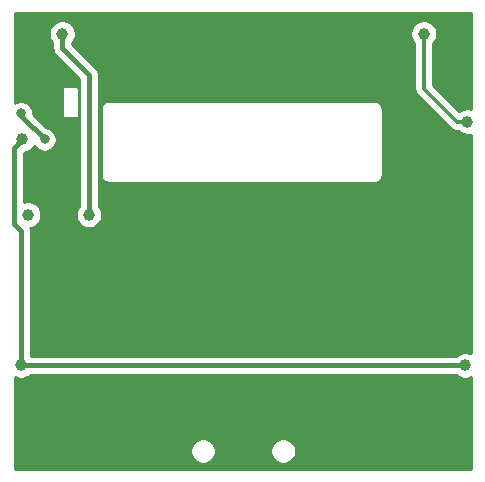
<source format=gbr>
G04 #@! TF.GenerationSoftware,KiCad,Pcbnew,(5.1.4)-1*
G04 #@! TF.CreationDate,2019-10-10T18:24:03+02:00*
G04 #@! TF.ProjectId,Top,546f702e-6b69-4636-9164-5f7063625858,rev?*
G04 #@! TF.SameCoordinates,Original*
G04 #@! TF.FileFunction,Copper,L1,Top*
G04 #@! TF.FilePolarity,Positive*
%FSLAX46Y46*%
G04 Gerber Fmt 4.6, Leading zero omitted, Abs format (unit mm)*
G04 Created by KiCad (PCBNEW (5.1.4)-1) date 2019-10-10 18:24:03*
%MOMM*%
%LPD*%
G04 APERTURE LIST*
%ADD10C,1.000000*%
%ADD11C,0.800000*%
%ADD12C,0.300000*%
%ADD13C,0.400000*%
%ADD14C,0.254000*%
G04 APERTURE END LIST*
D10*
X169300000Y-97950000D03*
X169500000Y-107400000D03*
X131700000Y-97950000D03*
X131700000Y-102800000D03*
X135300000Y-113300000D03*
X132993829Y-110333369D03*
X145450000Y-97500000D03*
D11*
X159000000Y-97600000D03*
X161550000Y-97600000D03*
X141700000Y-100650000D03*
D10*
X150500000Y-115500000D03*
X169300000Y-133050000D03*
X131700000Y-133050000D03*
X132300000Y-113300000D03*
X165800000Y-97950000D03*
X169500000Y-105400000D03*
X135200000Y-97950000D03*
X137450000Y-113300000D03*
X131800000Y-106900000D03*
X169300000Y-126050000D03*
X131700000Y-126050000D03*
D11*
X131700000Y-104700000D03*
X133700000Y-106900000D03*
D12*
X165800000Y-100750000D02*
X165800000Y-97950000D01*
X165800000Y-102625000D02*
X165800000Y-100750000D01*
X168575000Y-105400000D02*
X165800000Y-102625000D01*
X169500000Y-105400000D02*
X168575000Y-105400000D01*
D13*
X135200000Y-97950000D02*
X135200000Y-99200000D01*
X135200000Y-99200000D02*
X137450000Y-101450000D01*
X137450000Y-101450000D02*
X137450000Y-113300000D01*
X131700000Y-114700000D02*
X131100000Y-114100000D01*
X131100000Y-114100000D02*
X131100000Y-107600000D01*
X131100000Y-107600000D02*
X131800000Y-106900000D01*
X169300000Y-126050000D02*
X131700000Y-126050000D01*
X131700000Y-114700000D02*
X131700000Y-126050000D01*
X131700000Y-104900000D02*
X133700000Y-106900000D01*
X131700000Y-104700000D02*
X131700000Y-104900000D01*
D14*
G36*
X168576480Y-126931612D02*
G01*
X168762376Y-127055824D01*
X168968933Y-127141383D01*
X169188212Y-127185000D01*
X169411788Y-127185000D01*
X169631067Y-127141383D01*
X169815001Y-127065195D01*
X169815001Y-134815000D01*
X131185000Y-134815000D01*
X131185000Y-133193137D01*
X146015000Y-133193137D01*
X146015000Y-133406863D01*
X146056696Y-133616483D01*
X146138485Y-133813940D01*
X146257225Y-133991647D01*
X146408353Y-134142775D01*
X146586060Y-134261515D01*
X146783517Y-134343304D01*
X146993137Y-134385000D01*
X147206863Y-134385000D01*
X147416483Y-134343304D01*
X147613940Y-134261515D01*
X147791647Y-134142775D01*
X147942775Y-133991647D01*
X148061515Y-133813940D01*
X148143304Y-133616483D01*
X148185000Y-133406863D01*
X148185000Y-133193137D01*
X152815000Y-133193137D01*
X152815000Y-133406863D01*
X152856696Y-133616483D01*
X152938485Y-133813940D01*
X153057225Y-133991647D01*
X153208353Y-134142775D01*
X153386060Y-134261515D01*
X153583517Y-134343304D01*
X153793137Y-134385000D01*
X154006863Y-134385000D01*
X154216483Y-134343304D01*
X154413940Y-134261515D01*
X154591647Y-134142775D01*
X154742775Y-133991647D01*
X154861515Y-133813940D01*
X154943304Y-133616483D01*
X154985000Y-133406863D01*
X154985000Y-133193137D01*
X154943304Y-132983517D01*
X154861515Y-132786060D01*
X154742775Y-132608353D01*
X154591647Y-132457225D01*
X154413940Y-132338485D01*
X154216483Y-132256696D01*
X154006863Y-132215000D01*
X153793137Y-132215000D01*
X153583517Y-132256696D01*
X153386060Y-132338485D01*
X153208353Y-132457225D01*
X153057225Y-132608353D01*
X152938485Y-132786060D01*
X152856696Y-132983517D01*
X152815000Y-133193137D01*
X148185000Y-133193137D01*
X148143304Y-132983517D01*
X148061515Y-132786060D01*
X147942775Y-132608353D01*
X147791647Y-132457225D01*
X147613940Y-132338485D01*
X147416483Y-132256696D01*
X147206863Y-132215000D01*
X146993137Y-132215000D01*
X146783517Y-132256696D01*
X146586060Y-132338485D01*
X146408353Y-132457225D01*
X146257225Y-132608353D01*
X146138485Y-132786060D01*
X146056696Y-132983517D01*
X146015000Y-133193137D01*
X131185000Y-133193137D01*
X131185000Y-127065195D01*
X131368933Y-127141383D01*
X131588212Y-127185000D01*
X131811788Y-127185000D01*
X132031067Y-127141383D01*
X132237624Y-127055824D01*
X132423520Y-126931612D01*
X132470132Y-126885000D01*
X168529868Y-126885000D01*
X168576480Y-126931612D01*
X168576480Y-126931612D01*
G37*
X168576480Y-126931612D02*
X168762376Y-127055824D01*
X168968933Y-127141383D01*
X169188212Y-127185000D01*
X169411788Y-127185000D01*
X169631067Y-127141383D01*
X169815001Y-127065195D01*
X169815001Y-134815000D01*
X131185000Y-134815000D01*
X131185000Y-133193137D01*
X146015000Y-133193137D01*
X146015000Y-133406863D01*
X146056696Y-133616483D01*
X146138485Y-133813940D01*
X146257225Y-133991647D01*
X146408353Y-134142775D01*
X146586060Y-134261515D01*
X146783517Y-134343304D01*
X146993137Y-134385000D01*
X147206863Y-134385000D01*
X147416483Y-134343304D01*
X147613940Y-134261515D01*
X147791647Y-134142775D01*
X147942775Y-133991647D01*
X148061515Y-133813940D01*
X148143304Y-133616483D01*
X148185000Y-133406863D01*
X148185000Y-133193137D01*
X152815000Y-133193137D01*
X152815000Y-133406863D01*
X152856696Y-133616483D01*
X152938485Y-133813940D01*
X153057225Y-133991647D01*
X153208353Y-134142775D01*
X153386060Y-134261515D01*
X153583517Y-134343304D01*
X153793137Y-134385000D01*
X154006863Y-134385000D01*
X154216483Y-134343304D01*
X154413940Y-134261515D01*
X154591647Y-134142775D01*
X154742775Y-133991647D01*
X154861515Y-133813940D01*
X154943304Y-133616483D01*
X154985000Y-133406863D01*
X154985000Y-133193137D01*
X154943304Y-132983517D01*
X154861515Y-132786060D01*
X154742775Y-132608353D01*
X154591647Y-132457225D01*
X154413940Y-132338485D01*
X154216483Y-132256696D01*
X154006863Y-132215000D01*
X153793137Y-132215000D01*
X153583517Y-132256696D01*
X153386060Y-132338485D01*
X153208353Y-132457225D01*
X153057225Y-132608353D01*
X152938485Y-132786060D01*
X152856696Y-132983517D01*
X152815000Y-133193137D01*
X148185000Y-133193137D01*
X148143304Y-132983517D01*
X148061515Y-132786060D01*
X147942775Y-132608353D01*
X147791647Y-132457225D01*
X147613940Y-132338485D01*
X147416483Y-132256696D01*
X147206863Y-132215000D01*
X146993137Y-132215000D01*
X146783517Y-132256696D01*
X146586060Y-132338485D01*
X146408353Y-132457225D01*
X146257225Y-132608353D01*
X146138485Y-132786060D01*
X146056696Y-132983517D01*
X146015000Y-133193137D01*
X131185000Y-133193137D01*
X131185000Y-127065195D01*
X131368933Y-127141383D01*
X131588212Y-127185000D01*
X131811788Y-127185000D01*
X132031067Y-127141383D01*
X132237624Y-127055824D01*
X132423520Y-126931612D01*
X132470132Y-126885000D01*
X168529868Y-126885000D01*
X168576480Y-126931612D01*
G36*
X169815000Y-104305421D02*
G01*
X169611788Y-104265000D01*
X169388212Y-104265000D01*
X169168933Y-104308617D01*
X168962376Y-104394176D01*
X168792704Y-104507547D01*
X166585000Y-102299843D01*
X166585000Y-98770132D01*
X166681612Y-98673520D01*
X166805824Y-98487624D01*
X166891383Y-98281067D01*
X166935000Y-98061788D01*
X166935000Y-97838212D01*
X166891383Y-97618933D01*
X166805824Y-97412376D01*
X166681612Y-97226480D01*
X166523520Y-97068388D01*
X166337624Y-96944176D01*
X166131067Y-96858617D01*
X165911788Y-96815000D01*
X165688212Y-96815000D01*
X165468933Y-96858617D01*
X165262376Y-96944176D01*
X165076480Y-97068388D01*
X164918388Y-97226480D01*
X164794176Y-97412376D01*
X164708617Y-97618933D01*
X164665000Y-97838212D01*
X164665000Y-98061788D01*
X164708617Y-98281067D01*
X164794176Y-98487624D01*
X164918388Y-98673520D01*
X165015001Y-98770133D01*
X165015000Y-100788560D01*
X165015001Y-100788570D01*
X165015000Y-102586447D01*
X165011203Y-102625000D01*
X165015000Y-102663553D01*
X165015000Y-102663560D01*
X165026359Y-102778886D01*
X165071246Y-102926859D01*
X165144138Y-103063232D01*
X165242236Y-103182764D01*
X165272190Y-103207347D01*
X167992653Y-105927810D01*
X168017236Y-105957764D01*
X168136767Y-106055862D01*
X168263348Y-106123520D01*
X168273140Y-106128754D01*
X168421113Y-106173642D01*
X168496026Y-106181020D01*
X168536439Y-106185000D01*
X168536444Y-106185000D01*
X168575000Y-106188797D01*
X168613556Y-106185000D01*
X168679868Y-106185000D01*
X168776480Y-106281612D01*
X168962376Y-106405824D01*
X169168933Y-106491383D01*
X169388212Y-106535000D01*
X169611788Y-106535000D01*
X169815000Y-106494579D01*
X169815001Y-125034805D01*
X169631067Y-124958617D01*
X169411788Y-124915000D01*
X169188212Y-124915000D01*
X168968933Y-124958617D01*
X168762376Y-125044176D01*
X168576480Y-125168388D01*
X168529868Y-125215000D01*
X132535000Y-125215000D01*
X132535000Y-114741018D01*
X132539040Y-114699999D01*
X132522918Y-114536311D01*
X132487611Y-114419918D01*
X132631067Y-114391383D01*
X132837624Y-114305824D01*
X133023520Y-114181612D01*
X133181612Y-114023520D01*
X133305824Y-113837624D01*
X133391383Y-113631067D01*
X133435000Y-113411788D01*
X133435000Y-113188212D01*
X133391383Y-112968933D01*
X133305824Y-112762376D01*
X133181612Y-112576480D01*
X133023520Y-112418388D01*
X132837624Y-112294176D01*
X132631067Y-112208617D01*
X132411788Y-112165000D01*
X132188212Y-112165000D01*
X131968933Y-112208617D01*
X131935000Y-112222673D01*
X131935000Y-108030383D01*
X132131067Y-107991383D01*
X132337624Y-107905824D01*
X132523520Y-107781612D01*
X132681612Y-107623520D01*
X132805824Y-107437624D01*
X132809123Y-107429659D01*
X132896063Y-107559774D01*
X133040226Y-107703937D01*
X133209744Y-107817205D01*
X133398102Y-107895226D01*
X133598061Y-107935000D01*
X133801939Y-107935000D01*
X134001898Y-107895226D01*
X134190256Y-107817205D01*
X134359774Y-107703937D01*
X134503937Y-107559774D01*
X134617205Y-107390256D01*
X134695226Y-107201898D01*
X134735000Y-107001939D01*
X134735000Y-106798061D01*
X134695226Y-106598102D01*
X134617205Y-106409744D01*
X134503937Y-106240226D01*
X134359774Y-106096063D01*
X134190256Y-105982795D01*
X134001898Y-105904774D01*
X133856775Y-105875908D01*
X132735000Y-104754133D01*
X132735000Y-104598061D01*
X132695226Y-104398102D01*
X132617205Y-104209744D01*
X132503937Y-104040226D01*
X132359774Y-103896063D01*
X132190256Y-103782795D01*
X132001898Y-103704774D01*
X131801939Y-103665000D01*
X131598061Y-103665000D01*
X131398102Y-103704774D01*
X131209744Y-103782795D01*
X131185000Y-103799328D01*
X131185000Y-102550000D01*
X135173000Y-102550000D01*
X135173000Y-104950000D01*
X135175440Y-104974776D01*
X135182667Y-104998601D01*
X135194403Y-105020557D01*
X135210197Y-105039803D01*
X135229443Y-105055597D01*
X135251399Y-105067333D01*
X135275224Y-105074560D01*
X135300000Y-105077000D01*
X136450000Y-105077000D01*
X136474776Y-105074560D01*
X136498601Y-105067333D01*
X136520557Y-105055597D01*
X136539803Y-105039803D01*
X136555597Y-105020557D01*
X136567333Y-104998601D01*
X136574560Y-104974776D01*
X136577000Y-104950000D01*
X136577000Y-102550000D01*
X136574560Y-102525224D01*
X136567333Y-102501399D01*
X136555597Y-102479443D01*
X136539803Y-102460197D01*
X136520557Y-102444403D01*
X136498601Y-102432667D01*
X136474776Y-102425440D01*
X136450000Y-102423000D01*
X135300000Y-102423000D01*
X135275224Y-102425440D01*
X135251399Y-102432667D01*
X135229443Y-102444403D01*
X135210197Y-102460197D01*
X135194403Y-102479443D01*
X135182667Y-102501399D01*
X135175440Y-102525224D01*
X135173000Y-102550000D01*
X131185000Y-102550000D01*
X131185000Y-97838212D01*
X134065000Y-97838212D01*
X134065000Y-98061788D01*
X134108617Y-98281067D01*
X134194176Y-98487624D01*
X134318388Y-98673520D01*
X134365001Y-98720133D01*
X134365001Y-99158972D01*
X134360960Y-99200000D01*
X134377082Y-99363688D01*
X134424828Y-99521086D01*
X134424829Y-99521087D01*
X134502365Y-99666146D01*
X134606710Y-99793291D01*
X134638574Y-99819441D01*
X136615000Y-101795869D01*
X136615001Y-112529867D01*
X136568388Y-112576480D01*
X136444176Y-112762376D01*
X136358617Y-112968933D01*
X136315000Y-113188212D01*
X136315000Y-113411788D01*
X136358617Y-113631067D01*
X136444176Y-113837624D01*
X136568388Y-114023520D01*
X136726480Y-114181612D01*
X136912376Y-114305824D01*
X137118933Y-114391383D01*
X137338212Y-114435000D01*
X137561788Y-114435000D01*
X137781067Y-114391383D01*
X137987624Y-114305824D01*
X138173520Y-114181612D01*
X138331612Y-114023520D01*
X138455824Y-113837624D01*
X138541383Y-113631067D01*
X138585000Y-113411788D01*
X138585000Y-113188212D01*
X138541383Y-112968933D01*
X138455824Y-112762376D01*
X138331612Y-112576480D01*
X138285000Y-112529868D01*
X138285000Y-104310000D01*
X138441686Y-104310000D01*
X138445001Y-104343657D01*
X138445000Y-109876353D01*
X138441686Y-109910000D01*
X138454912Y-110044283D01*
X138494081Y-110173406D01*
X138557688Y-110292407D01*
X138643289Y-110396711D01*
X138747593Y-110482312D01*
X138866594Y-110545919D01*
X138995717Y-110585088D01*
X139130000Y-110598314D01*
X139163647Y-110595000D01*
X161596353Y-110595000D01*
X161630000Y-110598314D01*
X161764283Y-110585088D01*
X161893406Y-110545919D01*
X162012407Y-110482312D01*
X162116711Y-110396711D01*
X162202312Y-110292407D01*
X162265919Y-110173406D01*
X162305088Y-110044283D01*
X162315000Y-109943647D01*
X162315000Y-109943646D01*
X162318314Y-109910000D01*
X162315000Y-109876353D01*
X162315000Y-104343647D01*
X162318314Y-104310000D01*
X162305088Y-104175717D01*
X162265919Y-104046594D01*
X162202312Y-103927593D01*
X162116711Y-103823289D01*
X162012407Y-103737688D01*
X161893406Y-103674081D01*
X161764283Y-103634912D01*
X161663647Y-103625000D01*
X161630000Y-103621686D01*
X161596353Y-103625000D01*
X139163647Y-103625000D01*
X139130000Y-103621686D01*
X139096353Y-103625000D01*
X138995717Y-103634912D01*
X138866594Y-103674081D01*
X138747593Y-103737688D01*
X138643289Y-103823289D01*
X138557688Y-103927593D01*
X138494081Y-104046594D01*
X138454912Y-104175717D01*
X138441686Y-104310000D01*
X138285000Y-104310000D01*
X138285000Y-101491018D01*
X138289040Y-101450000D01*
X138272918Y-101286312D01*
X138225172Y-101128913D01*
X138183986Y-101051860D01*
X138147636Y-100983854D01*
X138043291Y-100856709D01*
X138011433Y-100830564D01*
X136035000Y-98854133D01*
X136035000Y-98720132D01*
X136081612Y-98673520D01*
X136205824Y-98487624D01*
X136291383Y-98281067D01*
X136335000Y-98061788D01*
X136335000Y-97838212D01*
X136291383Y-97618933D01*
X136205824Y-97412376D01*
X136081612Y-97226480D01*
X135923520Y-97068388D01*
X135737624Y-96944176D01*
X135531067Y-96858617D01*
X135311788Y-96815000D01*
X135088212Y-96815000D01*
X134868933Y-96858617D01*
X134662376Y-96944176D01*
X134476480Y-97068388D01*
X134318388Y-97226480D01*
X134194176Y-97412376D01*
X134108617Y-97618933D01*
X134065000Y-97838212D01*
X131185000Y-97838212D01*
X131185000Y-96185000D01*
X169815000Y-96185000D01*
X169815000Y-104305421D01*
X169815000Y-104305421D01*
G37*
X169815000Y-104305421D02*
X169611788Y-104265000D01*
X169388212Y-104265000D01*
X169168933Y-104308617D01*
X168962376Y-104394176D01*
X168792704Y-104507547D01*
X166585000Y-102299843D01*
X166585000Y-98770132D01*
X166681612Y-98673520D01*
X166805824Y-98487624D01*
X166891383Y-98281067D01*
X166935000Y-98061788D01*
X166935000Y-97838212D01*
X166891383Y-97618933D01*
X166805824Y-97412376D01*
X166681612Y-97226480D01*
X166523520Y-97068388D01*
X166337624Y-96944176D01*
X166131067Y-96858617D01*
X165911788Y-96815000D01*
X165688212Y-96815000D01*
X165468933Y-96858617D01*
X165262376Y-96944176D01*
X165076480Y-97068388D01*
X164918388Y-97226480D01*
X164794176Y-97412376D01*
X164708617Y-97618933D01*
X164665000Y-97838212D01*
X164665000Y-98061788D01*
X164708617Y-98281067D01*
X164794176Y-98487624D01*
X164918388Y-98673520D01*
X165015001Y-98770133D01*
X165015000Y-100788560D01*
X165015001Y-100788570D01*
X165015000Y-102586447D01*
X165011203Y-102625000D01*
X165015000Y-102663553D01*
X165015000Y-102663560D01*
X165026359Y-102778886D01*
X165071246Y-102926859D01*
X165144138Y-103063232D01*
X165242236Y-103182764D01*
X165272190Y-103207347D01*
X167992653Y-105927810D01*
X168017236Y-105957764D01*
X168136767Y-106055862D01*
X168263348Y-106123520D01*
X168273140Y-106128754D01*
X168421113Y-106173642D01*
X168496026Y-106181020D01*
X168536439Y-106185000D01*
X168536444Y-106185000D01*
X168575000Y-106188797D01*
X168613556Y-106185000D01*
X168679868Y-106185000D01*
X168776480Y-106281612D01*
X168962376Y-106405824D01*
X169168933Y-106491383D01*
X169388212Y-106535000D01*
X169611788Y-106535000D01*
X169815000Y-106494579D01*
X169815001Y-125034805D01*
X169631067Y-124958617D01*
X169411788Y-124915000D01*
X169188212Y-124915000D01*
X168968933Y-124958617D01*
X168762376Y-125044176D01*
X168576480Y-125168388D01*
X168529868Y-125215000D01*
X132535000Y-125215000D01*
X132535000Y-114741018D01*
X132539040Y-114699999D01*
X132522918Y-114536311D01*
X132487611Y-114419918D01*
X132631067Y-114391383D01*
X132837624Y-114305824D01*
X133023520Y-114181612D01*
X133181612Y-114023520D01*
X133305824Y-113837624D01*
X133391383Y-113631067D01*
X133435000Y-113411788D01*
X133435000Y-113188212D01*
X133391383Y-112968933D01*
X133305824Y-112762376D01*
X133181612Y-112576480D01*
X133023520Y-112418388D01*
X132837624Y-112294176D01*
X132631067Y-112208617D01*
X132411788Y-112165000D01*
X132188212Y-112165000D01*
X131968933Y-112208617D01*
X131935000Y-112222673D01*
X131935000Y-108030383D01*
X132131067Y-107991383D01*
X132337624Y-107905824D01*
X132523520Y-107781612D01*
X132681612Y-107623520D01*
X132805824Y-107437624D01*
X132809123Y-107429659D01*
X132896063Y-107559774D01*
X133040226Y-107703937D01*
X133209744Y-107817205D01*
X133398102Y-107895226D01*
X133598061Y-107935000D01*
X133801939Y-107935000D01*
X134001898Y-107895226D01*
X134190256Y-107817205D01*
X134359774Y-107703937D01*
X134503937Y-107559774D01*
X134617205Y-107390256D01*
X134695226Y-107201898D01*
X134735000Y-107001939D01*
X134735000Y-106798061D01*
X134695226Y-106598102D01*
X134617205Y-106409744D01*
X134503937Y-106240226D01*
X134359774Y-106096063D01*
X134190256Y-105982795D01*
X134001898Y-105904774D01*
X133856775Y-105875908D01*
X132735000Y-104754133D01*
X132735000Y-104598061D01*
X132695226Y-104398102D01*
X132617205Y-104209744D01*
X132503937Y-104040226D01*
X132359774Y-103896063D01*
X132190256Y-103782795D01*
X132001898Y-103704774D01*
X131801939Y-103665000D01*
X131598061Y-103665000D01*
X131398102Y-103704774D01*
X131209744Y-103782795D01*
X131185000Y-103799328D01*
X131185000Y-102550000D01*
X135173000Y-102550000D01*
X135173000Y-104950000D01*
X135175440Y-104974776D01*
X135182667Y-104998601D01*
X135194403Y-105020557D01*
X135210197Y-105039803D01*
X135229443Y-105055597D01*
X135251399Y-105067333D01*
X135275224Y-105074560D01*
X135300000Y-105077000D01*
X136450000Y-105077000D01*
X136474776Y-105074560D01*
X136498601Y-105067333D01*
X136520557Y-105055597D01*
X136539803Y-105039803D01*
X136555597Y-105020557D01*
X136567333Y-104998601D01*
X136574560Y-104974776D01*
X136577000Y-104950000D01*
X136577000Y-102550000D01*
X136574560Y-102525224D01*
X136567333Y-102501399D01*
X136555597Y-102479443D01*
X136539803Y-102460197D01*
X136520557Y-102444403D01*
X136498601Y-102432667D01*
X136474776Y-102425440D01*
X136450000Y-102423000D01*
X135300000Y-102423000D01*
X135275224Y-102425440D01*
X135251399Y-102432667D01*
X135229443Y-102444403D01*
X135210197Y-102460197D01*
X135194403Y-102479443D01*
X135182667Y-102501399D01*
X135175440Y-102525224D01*
X135173000Y-102550000D01*
X131185000Y-102550000D01*
X131185000Y-97838212D01*
X134065000Y-97838212D01*
X134065000Y-98061788D01*
X134108617Y-98281067D01*
X134194176Y-98487624D01*
X134318388Y-98673520D01*
X134365001Y-98720133D01*
X134365001Y-99158972D01*
X134360960Y-99200000D01*
X134377082Y-99363688D01*
X134424828Y-99521086D01*
X134424829Y-99521087D01*
X134502365Y-99666146D01*
X134606710Y-99793291D01*
X134638574Y-99819441D01*
X136615000Y-101795869D01*
X136615001Y-112529867D01*
X136568388Y-112576480D01*
X136444176Y-112762376D01*
X136358617Y-112968933D01*
X136315000Y-113188212D01*
X136315000Y-113411788D01*
X136358617Y-113631067D01*
X136444176Y-113837624D01*
X136568388Y-114023520D01*
X136726480Y-114181612D01*
X136912376Y-114305824D01*
X137118933Y-114391383D01*
X137338212Y-114435000D01*
X137561788Y-114435000D01*
X137781067Y-114391383D01*
X137987624Y-114305824D01*
X138173520Y-114181612D01*
X138331612Y-114023520D01*
X138455824Y-113837624D01*
X138541383Y-113631067D01*
X138585000Y-113411788D01*
X138585000Y-113188212D01*
X138541383Y-112968933D01*
X138455824Y-112762376D01*
X138331612Y-112576480D01*
X138285000Y-112529868D01*
X138285000Y-104310000D01*
X138441686Y-104310000D01*
X138445001Y-104343657D01*
X138445000Y-109876353D01*
X138441686Y-109910000D01*
X138454912Y-110044283D01*
X138494081Y-110173406D01*
X138557688Y-110292407D01*
X138643289Y-110396711D01*
X138747593Y-110482312D01*
X138866594Y-110545919D01*
X138995717Y-110585088D01*
X139130000Y-110598314D01*
X139163647Y-110595000D01*
X161596353Y-110595000D01*
X161630000Y-110598314D01*
X161764283Y-110585088D01*
X161893406Y-110545919D01*
X162012407Y-110482312D01*
X162116711Y-110396711D01*
X162202312Y-110292407D01*
X162265919Y-110173406D01*
X162305088Y-110044283D01*
X162315000Y-109943647D01*
X162315000Y-109943646D01*
X162318314Y-109910000D01*
X162315000Y-109876353D01*
X162315000Y-104343647D01*
X162318314Y-104310000D01*
X162305088Y-104175717D01*
X162265919Y-104046594D01*
X162202312Y-103927593D01*
X162116711Y-103823289D01*
X162012407Y-103737688D01*
X161893406Y-103674081D01*
X161764283Y-103634912D01*
X161663647Y-103625000D01*
X161630000Y-103621686D01*
X161596353Y-103625000D01*
X139163647Y-103625000D01*
X139130000Y-103621686D01*
X139096353Y-103625000D01*
X138995717Y-103634912D01*
X138866594Y-103674081D01*
X138747593Y-103737688D01*
X138643289Y-103823289D01*
X138557688Y-103927593D01*
X138494081Y-104046594D01*
X138454912Y-104175717D01*
X138441686Y-104310000D01*
X138285000Y-104310000D01*
X138285000Y-101491018D01*
X138289040Y-101450000D01*
X138272918Y-101286312D01*
X138225172Y-101128913D01*
X138183986Y-101051860D01*
X138147636Y-100983854D01*
X138043291Y-100856709D01*
X138011433Y-100830564D01*
X136035000Y-98854133D01*
X136035000Y-98720132D01*
X136081612Y-98673520D01*
X136205824Y-98487624D01*
X136291383Y-98281067D01*
X136335000Y-98061788D01*
X136335000Y-97838212D01*
X136291383Y-97618933D01*
X136205824Y-97412376D01*
X136081612Y-97226480D01*
X135923520Y-97068388D01*
X135737624Y-96944176D01*
X135531067Y-96858617D01*
X135311788Y-96815000D01*
X135088212Y-96815000D01*
X134868933Y-96858617D01*
X134662376Y-96944176D01*
X134476480Y-97068388D01*
X134318388Y-97226480D01*
X134194176Y-97412376D01*
X134108617Y-97618933D01*
X134065000Y-97838212D01*
X131185000Y-97838212D01*
X131185000Y-96185000D01*
X169815000Y-96185000D01*
X169815000Y-104305421D01*
M02*

</source>
